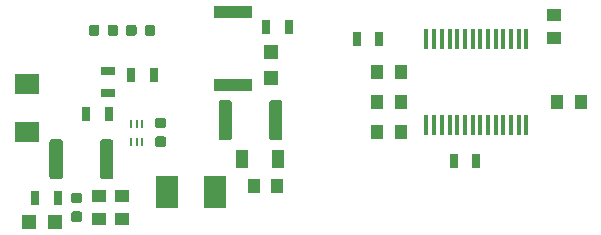
<source format=gtp>
G04 #@! TF.GenerationSoftware,KiCad,Pcbnew,(5.1.4-0-10_14)*
G04 #@! TF.CreationDate,2020-01-14T22:34:08-05:00*
G04 #@! TF.ProjectId,Charging_LCD_Display,43686172-6769-46e6-975f-4c43445f4469,rev?*
G04 #@! TF.SameCoordinates,Original*
G04 #@! TF.FileFunction,Paste,Top*
G04 #@! TF.FilePolarity,Positive*
%FSLAX46Y46*%
G04 Gerber Fmt 4.6, Leading zero omitted, Abs format (unit mm)*
G04 Created by KiCad (PCBNEW (5.1.4-0-10_14)) date 2020-01-14 22:34:08*
%MOMM*%
%LPD*%
G04 APERTURE LIST*
%ADD10C,0.100000*%
%ADD11C,0.875000*%
%ADD12R,0.700000X1.300000*%
%ADD13R,1.200000X1.200000*%
%ADD14R,0.200000X0.700000*%
%ADD15R,3.200000X1.000000*%
%ADD16R,2.159000X1.778000*%
%ADD17R,1.981200X2.692400*%
%ADD18R,0.450000X1.750000*%
%ADD19R,1.250000X1.000000*%
%ADD20R,1.000000X1.250000*%
%ADD21R,1.000000X1.600000*%
%ADD22C,1.125000*%
%ADD23R,1.300000X0.700000*%
G04 APERTURE END LIST*
D10*
G36*
X110996291Y-133510553D02*
G01*
X111017526Y-133513703D01*
X111038350Y-133518919D01*
X111058562Y-133526151D01*
X111077968Y-133535330D01*
X111096381Y-133546366D01*
X111113624Y-133559154D01*
X111129530Y-133573570D01*
X111143946Y-133589476D01*
X111156734Y-133606719D01*
X111167770Y-133625132D01*
X111176949Y-133644538D01*
X111184181Y-133664750D01*
X111189397Y-133685574D01*
X111192547Y-133706809D01*
X111193600Y-133728250D01*
X111193600Y-134165750D01*
X111192547Y-134187191D01*
X111189397Y-134208426D01*
X111184181Y-134229250D01*
X111176949Y-134249462D01*
X111167770Y-134268868D01*
X111156734Y-134287281D01*
X111143946Y-134304524D01*
X111129530Y-134320430D01*
X111113624Y-134334846D01*
X111096381Y-134347634D01*
X111077968Y-134358670D01*
X111058562Y-134367849D01*
X111038350Y-134375081D01*
X111017526Y-134380297D01*
X110996291Y-134383447D01*
X110974850Y-134384500D01*
X110462350Y-134384500D01*
X110440909Y-134383447D01*
X110419674Y-134380297D01*
X110398850Y-134375081D01*
X110378638Y-134367849D01*
X110359232Y-134358670D01*
X110340819Y-134347634D01*
X110323576Y-134334846D01*
X110307670Y-134320430D01*
X110293254Y-134304524D01*
X110280466Y-134287281D01*
X110269430Y-134268868D01*
X110260251Y-134249462D01*
X110253019Y-134229250D01*
X110247803Y-134208426D01*
X110244653Y-134187191D01*
X110243600Y-134165750D01*
X110243600Y-133728250D01*
X110244653Y-133706809D01*
X110247803Y-133685574D01*
X110253019Y-133664750D01*
X110260251Y-133644538D01*
X110269430Y-133625132D01*
X110280466Y-133606719D01*
X110293254Y-133589476D01*
X110307670Y-133573570D01*
X110323576Y-133559154D01*
X110340819Y-133546366D01*
X110359232Y-133535330D01*
X110378638Y-133526151D01*
X110398850Y-133518919D01*
X110419674Y-133513703D01*
X110440909Y-133510553D01*
X110462350Y-133509500D01*
X110974850Y-133509500D01*
X110996291Y-133510553D01*
X110996291Y-133510553D01*
G37*
D11*
X110718600Y-133947000D03*
D10*
G36*
X110996291Y-131935553D02*
G01*
X111017526Y-131938703D01*
X111038350Y-131943919D01*
X111058562Y-131951151D01*
X111077968Y-131960330D01*
X111096381Y-131971366D01*
X111113624Y-131984154D01*
X111129530Y-131998570D01*
X111143946Y-132014476D01*
X111156734Y-132031719D01*
X111167770Y-132050132D01*
X111176949Y-132069538D01*
X111184181Y-132089750D01*
X111189397Y-132110574D01*
X111192547Y-132131809D01*
X111193600Y-132153250D01*
X111193600Y-132590750D01*
X111192547Y-132612191D01*
X111189397Y-132633426D01*
X111184181Y-132654250D01*
X111176949Y-132674462D01*
X111167770Y-132693868D01*
X111156734Y-132712281D01*
X111143946Y-132729524D01*
X111129530Y-132745430D01*
X111113624Y-132759846D01*
X111096381Y-132772634D01*
X111077968Y-132783670D01*
X111058562Y-132792849D01*
X111038350Y-132800081D01*
X111017526Y-132805297D01*
X110996291Y-132808447D01*
X110974850Y-132809500D01*
X110462350Y-132809500D01*
X110440909Y-132808447D01*
X110419674Y-132805297D01*
X110398850Y-132800081D01*
X110378638Y-132792849D01*
X110359232Y-132783670D01*
X110340819Y-132772634D01*
X110323576Y-132759846D01*
X110307670Y-132745430D01*
X110293254Y-132729524D01*
X110280466Y-132712281D01*
X110269430Y-132693868D01*
X110260251Y-132674462D01*
X110253019Y-132654250D01*
X110247803Y-132633426D01*
X110244653Y-132612191D01*
X110243600Y-132590750D01*
X110243600Y-132153250D01*
X110244653Y-132131809D01*
X110247803Y-132110574D01*
X110253019Y-132089750D01*
X110260251Y-132069538D01*
X110269430Y-132050132D01*
X110280466Y-132031719D01*
X110293254Y-132014476D01*
X110307670Y-131998570D01*
X110323576Y-131984154D01*
X110340819Y-131971366D01*
X110359232Y-131960330D01*
X110378638Y-131951151D01*
X110398850Y-131943919D01*
X110419674Y-131938703D01*
X110440909Y-131935553D01*
X110462350Y-131934500D01*
X110974850Y-131934500D01*
X110996291Y-131935553D01*
X110996291Y-131935553D01*
G37*
D11*
X110718600Y-132372000D03*
D12*
X126786600Y-117919500D03*
X128686600Y-117919500D03*
D13*
X108897600Y-134429500D03*
X106697600Y-134429500D03*
D14*
X115798600Y-127635700D03*
X115298600Y-127635700D03*
X115798600Y-126135700D03*
X116298600Y-127635700D03*
X115298600Y-126135700D03*
X116298600Y-126135700D03*
D15*
X123926600Y-122797500D03*
X123926600Y-116597500D03*
D10*
G36*
X117181791Y-117699553D02*
G01*
X117203026Y-117702703D01*
X117223850Y-117707919D01*
X117244062Y-117715151D01*
X117263468Y-117724330D01*
X117281881Y-117735366D01*
X117299124Y-117748154D01*
X117315030Y-117762570D01*
X117329446Y-117778476D01*
X117342234Y-117795719D01*
X117353270Y-117814132D01*
X117362449Y-117833538D01*
X117369681Y-117853750D01*
X117374897Y-117874574D01*
X117378047Y-117895809D01*
X117379100Y-117917250D01*
X117379100Y-118429750D01*
X117378047Y-118451191D01*
X117374897Y-118472426D01*
X117369681Y-118493250D01*
X117362449Y-118513462D01*
X117353270Y-118532868D01*
X117342234Y-118551281D01*
X117329446Y-118568524D01*
X117315030Y-118584430D01*
X117299124Y-118598846D01*
X117281881Y-118611634D01*
X117263468Y-118622670D01*
X117244062Y-118631849D01*
X117223850Y-118639081D01*
X117203026Y-118644297D01*
X117181791Y-118647447D01*
X117160350Y-118648500D01*
X116722850Y-118648500D01*
X116701409Y-118647447D01*
X116680174Y-118644297D01*
X116659350Y-118639081D01*
X116639138Y-118631849D01*
X116619732Y-118622670D01*
X116601319Y-118611634D01*
X116584076Y-118598846D01*
X116568170Y-118584430D01*
X116553754Y-118568524D01*
X116540966Y-118551281D01*
X116529930Y-118532868D01*
X116520751Y-118513462D01*
X116513519Y-118493250D01*
X116508303Y-118472426D01*
X116505153Y-118451191D01*
X116504100Y-118429750D01*
X116504100Y-117917250D01*
X116505153Y-117895809D01*
X116508303Y-117874574D01*
X116513519Y-117853750D01*
X116520751Y-117833538D01*
X116529930Y-117814132D01*
X116540966Y-117795719D01*
X116553754Y-117778476D01*
X116568170Y-117762570D01*
X116584076Y-117748154D01*
X116601319Y-117735366D01*
X116619732Y-117724330D01*
X116639138Y-117715151D01*
X116659350Y-117707919D01*
X116680174Y-117702703D01*
X116701409Y-117699553D01*
X116722850Y-117698500D01*
X117160350Y-117698500D01*
X117181791Y-117699553D01*
X117181791Y-117699553D01*
G37*
D11*
X116941600Y-118173500D03*
D10*
G36*
X115606791Y-117699553D02*
G01*
X115628026Y-117702703D01*
X115648850Y-117707919D01*
X115669062Y-117715151D01*
X115688468Y-117724330D01*
X115706881Y-117735366D01*
X115724124Y-117748154D01*
X115740030Y-117762570D01*
X115754446Y-117778476D01*
X115767234Y-117795719D01*
X115778270Y-117814132D01*
X115787449Y-117833538D01*
X115794681Y-117853750D01*
X115799897Y-117874574D01*
X115803047Y-117895809D01*
X115804100Y-117917250D01*
X115804100Y-118429750D01*
X115803047Y-118451191D01*
X115799897Y-118472426D01*
X115794681Y-118493250D01*
X115787449Y-118513462D01*
X115778270Y-118532868D01*
X115767234Y-118551281D01*
X115754446Y-118568524D01*
X115740030Y-118584430D01*
X115724124Y-118598846D01*
X115706881Y-118611634D01*
X115688468Y-118622670D01*
X115669062Y-118631849D01*
X115648850Y-118639081D01*
X115628026Y-118644297D01*
X115606791Y-118647447D01*
X115585350Y-118648500D01*
X115147850Y-118648500D01*
X115126409Y-118647447D01*
X115105174Y-118644297D01*
X115084350Y-118639081D01*
X115064138Y-118631849D01*
X115044732Y-118622670D01*
X115026319Y-118611634D01*
X115009076Y-118598846D01*
X114993170Y-118584430D01*
X114978754Y-118568524D01*
X114965966Y-118551281D01*
X114954930Y-118532868D01*
X114945751Y-118513462D01*
X114938519Y-118493250D01*
X114933303Y-118472426D01*
X114930153Y-118451191D01*
X114929100Y-118429750D01*
X114929100Y-117917250D01*
X114930153Y-117895809D01*
X114933303Y-117874574D01*
X114938519Y-117853750D01*
X114945751Y-117833538D01*
X114954930Y-117814132D01*
X114965966Y-117795719D01*
X114978754Y-117778476D01*
X114993170Y-117762570D01*
X115009076Y-117748154D01*
X115026319Y-117735366D01*
X115044732Y-117724330D01*
X115064138Y-117715151D01*
X115084350Y-117707919D01*
X115105174Y-117702703D01*
X115126409Y-117699553D01*
X115147850Y-117698500D01*
X115585350Y-117698500D01*
X115606791Y-117699553D01*
X115606791Y-117699553D01*
G37*
D11*
X115366600Y-118173500D03*
D16*
X106527600Y-126809500D03*
X106527600Y-122745500D03*
D17*
X118338600Y-131889500D03*
X122402600Y-131889500D03*
D10*
G36*
X118108291Y-127160553D02*
G01*
X118129526Y-127163703D01*
X118150350Y-127168919D01*
X118170562Y-127176151D01*
X118189968Y-127185330D01*
X118208381Y-127196366D01*
X118225624Y-127209154D01*
X118241530Y-127223570D01*
X118255946Y-127239476D01*
X118268734Y-127256719D01*
X118279770Y-127275132D01*
X118288949Y-127294538D01*
X118296181Y-127314750D01*
X118301397Y-127335574D01*
X118304547Y-127356809D01*
X118305600Y-127378250D01*
X118305600Y-127815750D01*
X118304547Y-127837191D01*
X118301397Y-127858426D01*
X118296181Y-127879250D01*
X118288949Y-127899462D01*
X118279770Y-127918868D01*
X118268734Y-127937281D01*
X118255946Y-127954524D01*
X118241530Y-127970430D01*
X118225624Y-127984846D01*
X118208381Y-127997634D01*
X118189968Y-128008670D01*
X118170562Y-128017849D01*
X118150350Y-128025081D01*
X118129526Y-128030297D01*
X118108291Y-128033447D01*
X118086850Y-128034500D01*
X117574350Y-128034500D01*
X117552909Y-128033447D01*
X117531674Y-128030297D01*
X117510850Y-128025081D01*
X117490638Y-128017849D01*
X117471232Y-128008670D01*
X117452819Y-127997634D01*
X117435576Y-127984846D01*
X117419670Y-127970430D01*
X117405254Y-127954524D01*
X117392466Y-127937281D01*
X117381430Y-127918868D01*
X117372251Y-127899462D01*
X117365019Y-127879250D01*
X117359803Y-127858426D01*
X117356653Y-127837191D01*
X117355600Y-127815750D01*
X117355600Y-127378250D01*
X117356653Y-127356809D01*
X117359803Y-127335574D01*
X117365019Y-127314750D01*
X117372251Y-127294538D01*
X117381430Y-127275132D01*
X117392466Y-127256719D01*
X117405254Y-127239476D01*
X117419670Y-127223570D01*
X117435576Y-127209154D01*
X117452819Y-127196366D01*
X117471232Y-127185330D01*
X117490638Y-127176151D01*
X117510850Y-127168919D01*
X117531674Y-127163703D01*
X117552909Y-127160553D01*
X117574350Y-127159500D01*
X118086850Y-127159500D01*
X118108291Y-127160553D01*
X118108291Y-127160553D01*
G37*
D11*
X117830600Y-127597000D03*
D10*
G36*
X118108291Y-125585553D02*
G01*
X118129526Y-125588703D01*
X118150350Y-125593919D01*
X118170562Y-125601151D01*
X118189968Y-125610330D01*
X118208381Y-125621366D01*
X118225624Y-125634154D01*
X118241530Y-125648570D01*
X118255946Y-125664476D01*
X118268734Y-125681719D01*
X118279770Y-125700132D01*
X118288949Y-125719538D01*
X118296181Y-125739750D01*
X118301397Y-125760574D01*
X118304547Y-125781809D01*
X118305600Y-125803250D01*
X118305600Y-126240750D01*
X118304547Y-126262191D01*
X118301397Y-126283426D01*
X118296181Y-126304250D01*
X118288949Y-126324462D01*
X118279770Y-126343868D01*
X118268734Y-126362281D01*
X118255946Y-126379524D01*
X118241530Y-126395430D01*
X118225624Y-126409846D01*
X118208381Y-126422634D01*
X118189968Y-126433670D01*
X118170562Y-126442849D01*
X118150350Y-126450081D01*
X118129526Y-126455297D01*
X118108291Y-126458447D01*
X118086850Y-126459500D01*
X117574350Y-126459500D01*
X117552909Y-126458447D01*
X117531674Y-126455297D01*
X117510850Y-126450081D01*
X117490638Y-126442849D01*
X117471232Y-126433670D01*
X117452819Y-126422634D01*
X117435576Y-126409846D01*
X117419670Y-126395430D01*
X117405254Y-126379524D01*
X117392466Y-126362281D01*
X117381430Y-126343868D01*
X117372251Y-126324462D01*
X117365019Y-126304250D01*
X117359803Y-126283426D01*
X117356653Y-126262191D01*
X117355600Y-126240750D01*
X117355600Y-125803250D01*
X117356653Y-125781809D01*
X117359803Y-125760574D01*
X117365019Y-125739750D01*
X117372251Y-125719538D01*
X117381430Y-125700132D01*
X117392466Y-125681719D01*
X117405254Y-125664476D01*
X117419670Y-125648570D01*
X117435576Y-125634154D01*
X117452819Y-125621366D01*
X117471232Y-125610330D01*
X117490638Y-125601151D01*
X117510850Y-125593919D01*
X117531674Y-125588703D01*
X117552909Y-125585553D01*
X117574350Y-125584500D01*
X118086850Y-125584500D01*
X118108291Y-125585553D01*
X118108291Y-125585553D01*
G37*
D11*
X117830600Y-126022000D03*
D18*
X140345000Y-118951000D03*
X140995000Y-118951000D03*
X141645000Y-118951000D03*
X142295000Y-118951000D03*
X142945000Y-118951000D03*
X143595000Y-118951000D03*
X144245000Y-118951000D03*
X144895000Y-118951000D03*
X145545000Y-118951000D03*
X146195000Y-118951000D03*
X146845000Y-118951000D03*
X147495000Y-118951000D03*
X148145000Y-118951000D03*
X148795000Y-118951000D03*
X148795000Y-126151000D03*
X148145000Y-126151000D03*
X147495000Y-126151000D03*
X146845000Y-126151000D03*
X146195000Y-126151000D03*
X145545000Y-126151000D03*
X144895000Y-126151000D03*
X144245000Y-126151000D03*
X143595000Y-126151000D03*
X142945000Y-126151000D03*
X142295000Y-126151000D03*
X141645000Y-126151000D03*
X140995000Y-126151000D03*
X140345000Y-126151000D03*
D19*
X151130000Y-118856000D03*
X151130000Y-116856000D03*
D20*
X136160000Y-126746000D03*
X138160000Y-126746000D03*
X136160000Y-121666000D03*
X138160000Y-121666000D03*
X151400000Y-124206000D03*
X153400000Y-124206000D03*
X138160000Y-124206000D03*
X136160000Y-124206000D03*
D12*
X136357400Y-118872000D03*
X134457400Y-118872000D03*
X142661600Y-129209800D03*
X144561600Y-129209800D03*
D19*
X112623600Y-132159500D03*
X112623600Y-134159500D03*
X114528600Y-132159500D03*
X114528600Y-134159500D03*
D20*
X127720600Y-131381500D03*
X125720600Y-131381500D03*
D21*
X124736600Y-129095500D03*
X127736600Y-129095500D03*
D10*
G36*
X123650105Y-124094704D02*
G01*
X123674373Y-124098304D01*
X123698172Y-124104265D01*
X123721271Y-124112530D01*
X123743450Y-124123020D01*
X123764493Y-124135632D01*
X123784199Y-124150247D01*
X123802377Y-124166723D01*
X123818853Y-124184901D01*
X123833468Y-124204607D01*
X123846080Y-124225650D01*
X123856570Y-124247829D01*
X123864835Y-124270928D01*
X123870796Y-124294727D01*
X123874396Y-124318995D01*
X123875600Y-124343499D01*
X123875600Y-127243501D01*
X123874396Y-127268005D01*
X123870796Y-127292273D01*
X123864835Y-127316072D01*
X123856570Y-127339171D01*
X123846080Y-127361350D01*
X123833468Y-127382393D01*
X123818853Y-127402099D01*
X123802377Y-127420277D01*
X123784199Y-127436753D01*
X123764493Y-127451368D01*
X123743450Y-127463980D01*
X123721271Y-127474470D01*
X123698172Y-127482735D01*
X123674373Y-127488696D01*
X123650105Y-127492296D01*
X123625601Y-127493500D01*
X123000599Y-127493500D01*
X122976095Y-127492296D01*
X122951827Y-127488696D01*
X122928028Y-127482735D01*
X122904929Y-127474470D01*
X122882750Y-127463980D01*
X122861707Y-127451368D01*
X122842001Y-127436753D01*
X122823823Y-127420277D01*
X122807347Y-127402099D01*
X122792732Y-127382393D01*
X122780120Y-127361350D01*
X122769630Y-127339171D01*
X122761365Y-127316072D01*
X122755404Y-127292273D01*
X122751804Y-127268005D01*
X122750600Y-127243501D01*
X122750600Y-124343499D01*
X122751804Y-124318995D01*
X122755404Y-124294727D01*
X122761365Y-124270928D01*
X122769630Y-124247829D01*
X122780120Y-124225650D01*
X122792732Y-124204607D01*
X122807347Y-124184901D01*
X122823823Y-124166723D01*
X122842001Y-124150247D01*
X122861707Y-124135632D01*
X122882750Y-124123020D01*
X122904929Y-124112530D01*
X122928028Y-124104265D01*
X122951827Y-124098304D01*
X122976095Y-124094704D01*
X123000599Y-124093500D01*
X123625601Y-124093500D01*
X123650105Y-124094704D01*
X123650105Y-124094704D01*
G37*
D22*
X123313100Y-125793500D03*
D10*
G36*
X127925105Y-124094704D02*
G01*
X127949373Y-124098304D01*
X127973172Y-124104265D01*
X127996271Y-124112530D01*
X128018450Y-124123020D01*
X128039493Y-124135632D01*
X128059199Y-124150247D01*
X128077377Y-124166723D01*
X128093853Y-124184901D01*
X128108468Y-124204607D01*
X128121080Y-124225650D01*
X128131570Y-124247829D01*
X128139835Y-124270928D01*
X128145796Y-124294727D01*
X128149396Y-124318995D01*
X128150600Y-124343499D01*
X128150600Y-127243501D01*
X128149396Y-127268005D01*
X128145796Y-127292273D01*
X128139835Y-127316072D01*
X128131570Y-127339171D01*
X128121080Y-127361350D01*
X128108468Y-127382393D01*
X128093853Y-127402099D01*
X128077377Y-127420277D01*
X128059199Y-127436753D01*
X128039493Y-127451368D01*
X128018450Y-127463980D01*
X127996271Y-127474470D01*
X127973172Y-127482735D01*
X127949373Y-127488696D01*
X127925105Y-127492296D01*
X127900601Y-127493500D01*
X127275599Y-127493500D01*
X127251095Y-127492296D01*
X127226827Y-127488696D01*
X127203028Y-127482735D01*
X127179929Y-127474470D01*
X127157750Y-127463980D01*
X127136707Y-127451368D01*
X127117001Y-127436753D01*
X127098823Y-127420277D01*
X127082347Y-127402099D01*
X127067732Y-127382393D01*
X127055120Y-127361350D01*
X127044630Y-127339171D01*
X127036365Y-127316072D01*
X127030404Y-127292273D01*
X127026804Y-127268005D01*
X127025600Y-127243501D01*
X127025600Y-124343499D01*
X127026804Y-124318995D01*
X127030404Y-124294727D01*
X127036365Y-124270928D01*
X127044630Y-124247829D01*
X127055120Y-124225650D01*
X127067732Y-124204607D01*
X127082347Y-124184901D01*
X127098823Y-124166723D01*
X127117001Y-124150247D01*
X127136707Y-124135632D01*
X127157750Y-124123020D01*
X127179929Y-124112530D01*
X127203028Y-124104265D01*
X127226827Y-124098304D01*
X127251095Y-124094704D01*
X127275599Y-124093500D01*
X127900601Y-124093500D01*
X127925105Y-124094704D01*
X127925105Y-124094704D01*
G37*
D22*
X127588100Y-125793500D03*
D10*
G36*
X112457291Y-117699553D02*
G01*
X112478526Y-117702703D01*
X112499350Y-117707919D01*
X112519562Y-117715151D01*
X112538968Y-117724330D01*
X112557381Y-117735366D01*
X112574624Y-117748154D01*
X112590530Y-117762570D01*
X112604946Y-117778476D01*
X112617734Y-117795719D01*
X112628770Y-117814132D01*
X112637949Y-117833538D01*
X112645181Y-117853750D01*
X112650397Y-117874574D01*
X112653547Y-117895809D01*
X112654600Y-117917250D01*
X112654600Y-118429750D01*
X112653547Y-118451191D01*
X112650397Y-118472426D01*
X112645181Y-118493250D01*
X112637949Y-118513462D01*
X112628770Y-118532868D01*
X112617734Y-118551281D01*
X112604946Y-118568524D01*
X112590530Y-118584430D01*
X112574624Y-118598846D01*
X112557381Y-118611634D01*
X112538968Y-118622670D01*
X112519562Y-118631849D01*
X112499350Y-118639081D01*
X112478526Y-118644297D01*
X112457291Y-118647447D01*
X112435850Y-118648500D01*
X111998350Y-118648500D01*
X111976909Y-118647447D01*
X111955674Y-118644297D01*
X111934850Y-118639081D01*
X111914638Y-118631849D01*
X111895232Y-118622670D01*
X111876819Y-118611634D01*
X111859576Y-118598846D01*
X111843670Y-118584430D01*
X111829254Y-118568524D01*
X111816466Y-118551281D01*
X111805430Y-118532868D01*
X111796251Y-118513462D01*
X111789019Y-118493250D01*
X111783803Y-118472426D01*
X111780653Y-118451191D01*
X111779600Y-118429750D01*
X111779600Y-117917250D01*
X111780653Y-117895809D01*
X111783803Y-117874574D01*
X111789019Y-117853750D01*
X111796251Y-117833538D01*
X111805430Y-117814132D01*
X111816466Y-117795719D01*
X111829254Y-117778476D01*
X111843670Y-117762570D01*
X111859576Y-117748154D01*
X111876819Y-117735366D01*
X111895232Y-117724330D01*
X111914638Y-117715151D01*
X111934850Y-117707919D01*
X111955674Y-117702703D01*
X111976909Y-117699553D01*
X111998350Y-117698500D01*
X112435850Y-117698500D01*
X112457291Y-117699553D01*
X112457291Y-117699553D01*
G37*
D11*
X112217100Y-118173500D03*
D10*
G36*
X114032291Y-117699553D02*
G01*
X114053526Y-117702703D01*
X114074350Y-117707919D01*
X114094562Y-117715151D01*
X114113968Y-117724330D01*
X114132381Y-117735366D01*
X114149624Y-117748154D01*
X114165530Y-117762570D01*
X114179946Y-117778476D01*
X114192734Y-117795719D01*
X114203770Y-117814132D01*
X114212949Y-117833538D01*
X114220181Y-117853750D01*
X114225397Y-117874574D01*
X114228547Y-117895809D01*
X114229600Y-117917250D01*
X114229600Y-118429750D01*
X114228547Y-118451191D01*
X114225397Y-118472426D01*
X114220181Y-118493250D01*
X114212949Y-118513462D01*
X114203770Y-118532868D01*
X114192734Y-118551281D01*
X114179946Y-118568524D01*
X114165530Y-118584430D01*
X114149624Y-118598846D01*
X114132381Y-118611634D01*
X114113968Y-118622670D01*
X114094562Y-118631849D01*
X114074350Y-118639081D01*
X114053526Y-118644297D01*
X114032291Y-118647447D01*
X114010850Y-118648500D01*
X113573350Y-118648500D01*
X113551909Y-118647447D01*
X113530674Y-118644297D01*
X113509850Y-118639081D01*
X113489638Y-118631849D01*
X113470232Y-118622670D01*
X113451819Y-118611634D01*
X113434576Y-118598846D01*
X113418670Y-118584430D01*
X113404254Y-118568524D01*
X113391466Y-118551281D01*
X113380430Y-118532868D01*
X113371251Y-118513462D01*
X113364019Y-118493250D01*
X113358803Y-118472426D01*
X113355653Y-118451191D01*
X113354600Y-118429750D01*
X113354600Y-117917250D01*
X113355653Y-117895809D01*
X113358803Y-117874574D01*
X113364019Y-117853750D01*
X113371251Y-117833538D01*
X113380430Y-117814132D01*
X113391466Y-117795719D01*
X113404254Y-117778476D01*
X113418670Y-117762570D01*
X113434576Y-117748154D01*
X113451819Y-117735366D01*
X113470232Y-117724330D01*
X113489638Y-117715151D01*
X113509850Y-117707919D01*
X113530674Y-117702703D01*
X113551909Y-117699553D01*
X113573350Y-117698500D01*
X114010850Y-117698500D01*
X114032291Y-117699553D01*
X114032291Y-117699553D01*
G37*
D11*
X113792100Y-118173500D03*
D13*
X127215900Y-119994500D03*
X127215900Y-122194500D03*
D10*
G36*
X113595605Y-127396704D02*
G01*
X113619873Y-127400304D01*
X113643672Y-127406265D01*
X113666771Y-127414530D01*
X113688950Y-127425020D01*
X113709993Y-127437632D01*
X113729699Y-127452247D01*
X113747877Y-127468723D01*
X113764353Y-127486901D01*
X113778968Y-127506607D01*
X113791580Y-127527650D01*
X113802070Y-127549829D01*
X113810335Y-127572928D01*
X113816296Y-127596727D01*
X113819896Y-127620995D01*
X113821100Y-127645499D01*
X113821100Y-130545501D01*
X113819896Y-130570005D01*
X113816296Y-130594273D01*
X113810335Y-130618072D01*
X113802070Y-130641171D01*
X113791580Y-130663350D01*
X113778968Y-130684393D01*
X113764353Y-130704099D01*
X113747877Y-130722277D01*
X113729699Y-130738753D01*
X113709993Y-130753368D01*
X113688950Y-130765980D01*
X113666771Y-130776470D01*
X113643672Y-130784735D01*
X113619873Y-130790696D01*
X113595605Y-130794296D01*
X113571101Y-130795500D01*
X112946099Y-130795500D01*
X112921595Y-130794296D01*
X112897327Y-130790696D01*
X112873528Y-130784735D01*
X112850429Y-130776470D01*
X112828250Y-130765980D01*
X112807207Y-130753368D01*
X112787501Y-130738753D01*
X112769323Y-130722277D01*
X112752847Y-130704099D01*
X112738232Y-130684393D01*
X112725620Y-130663350D01*
X112715130Y-130641171D01*
X112706865Y-130618072D01*
X112700904Y-130594273D01*
X112697304Y-130570005D01*
X112696100Y-130545501D01*
X112696100Y-127645499D01*
X112697304Y-127620995D01*
X112700904Y-127596727D01*
X112706865Y-127572928D01*
X112715130Y-127549829D01*
X112725620Y-127527650D01*
X112738232Y-127506607D01*
X112752847Y-127486901D01*
X112769323Y-127468723D01*
X112787501Y-127452247D01*
X112807207Y-127437632D01*
X112828250Y-127425020D01*
X112850429Y-127414530D01*
X112873528Y-127406265D01*
X112897327Y-127400304D01*
X112921595Y-127396704D01*
X112946099Y-127395500D01*
X113571101Y-127395500D01*
X113595605Y-127396704D01*
X113595605Y-127396704D01*
G37*
D22*
X113258600Y-129095500D03*
D10*
G36*
X109320605Y-127396704D02*
G01*
X109344873Y-127400304D01*
X109368672Y-127406265D01*
X109391771Y-127414530D01*
X109413950Y-127425020D01*
X109434993Y-127437632D01*
X109454699Y-127452247D01*
X109472877Y-127468723D01*
X109489353Y-127486901D01*
X109503968Y-127506607D01*
X109516580Y-127527650D01*
X109527070Y-127549829D01*
X109535335Y-127572928D01*
X109541296Y-127596727D01*
X109544896Y-127620995D01*
X109546100Y-127645499D01*
X109546100Y-130545501D01*
X109544896Y-130570005D01*
X109541296Y-130594273D01*
X109535335Y-130618072D01*
X109527070Y-130641171D01*
X109516580Y-130663350D01*
X109503968Y-130684393D01*
X109489353Y-130704099D01*
X109472877Y-130722277D01*
X109454699Y-130738753D01*
X109434993Y-130753368D01*
X109413950Y-130765980D01*
X109391771Y-130776470D01*
X109368672Y-130784735D01*
X109344873Y-130790696D01*
X109320605Y-130794296D01*
X109296101Y-130795500D01*
X108671099Y-130795500D01*
X108646595Y-130794296D01*
X108622327Y-130790696D01*
X108598528Y-130784735D01*
X108575429Y-130776470D01*
X108553250Y-130765980D01*
X108532207Y-130753368D01*
X108512501Y-130738753D01*
X108494323Y-130722277D01*
X108477847Y-130704099D01*
X108463232Y-130684393D01*
X108450620Y-130663350D01*
X108440130Y-130641171D01*
X108431865Y-130618072D01*
X108425904Y-130594273D01*
X108422304Y-130570005D01*
X108421100Y-130545501D01*
X108421100Y-127645499D01*
X108422304Y-127620995D01*
X108425904Y-127596727D01*
X108431865Y-127572928D01*
X108440130Y-127549829D01*
X108450620Y-127527650D01*
X108463232Y-127506607D01*
X108477847Y-127486901D01*
X108494323Y-127468723D01*
X108512501Y-127452247D01*
X108532207Y-127437632D01*
X108553250Y-127425020D01*
X108575429Y-127414530D01*
X108598528Y-127406265D01*
X108622327Y-127400304D01*
X108646595Y-127396704D01*
X108671099Y-127395500D01*
X109296101Y-127395500D01*
X109320605Y-127396704D01*
X109320605Y-127396704D01*
G37*
D22*
X108983600Y-129095500D03*
D12*
X113446600Y-125285500D03*
X111546600Y-125285500D03*
D23*
X113398300Y-121579600D03*
X113398300Y-123479600D03*
D12*
X115356600Y-121983500D03*
X117256600Y-121983500D03*
X109128600Y-132397500D03*
X107228600Y-132397500D03*
M02*

</source>
